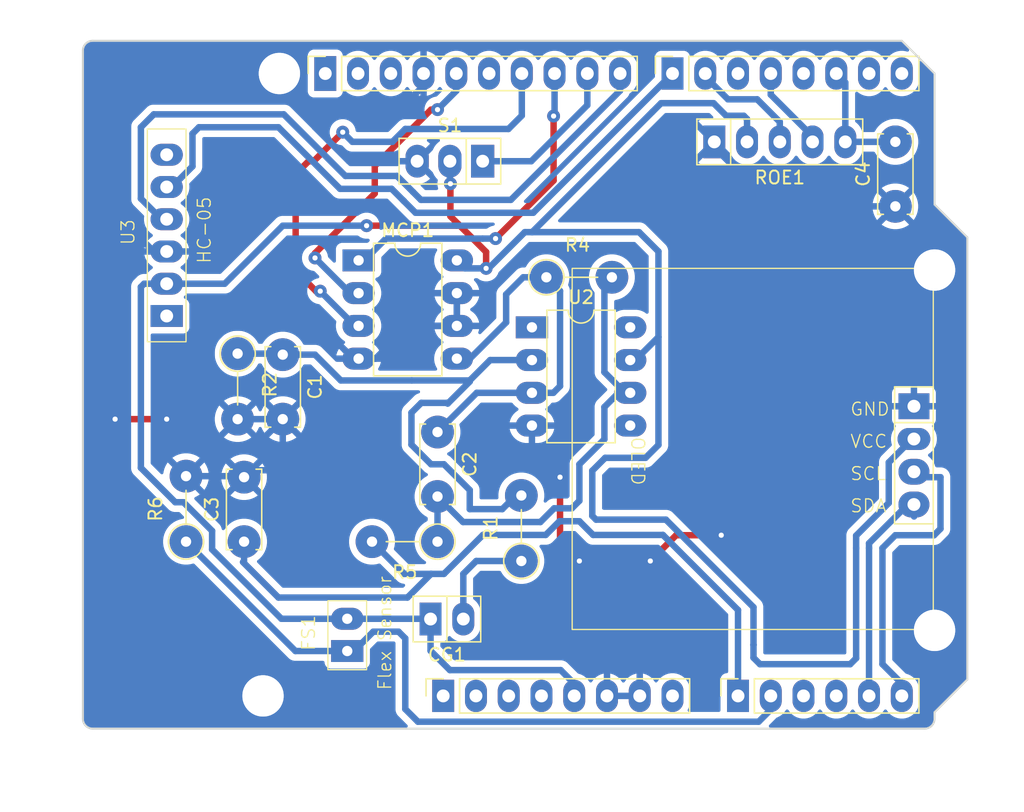
<source format=kicad_pcb>
(kicad_pcb (version 20241229) (generator "pcbnew") (generator_version "9.0")
  (title_block (date "mar. 31 mars 2015"))
  (layers (0 "F.Cu" signal) (2 "B.Cu" signal) (13 "F.Paste" user) (15 "B.Paste" user) (5 "F.SilkS" user "F.Silkscreen") (7 "B.SilkS" user "B.Silkscreen") (1 "F.Mask" user) (3 "B.Mask" user) (25 "Edge.Cuts" user))
  (net 0 "")
  (net 1 "GND")
  (net 3 "5V")
  (net 4 "/IOREF")
  (net 5 "ADC")
  (net 6 "/A2")
  (net 7 "/A3")
  (net 8 "SCL")
  (net 9 "SDA")
  (net 10 "/13")
  (net 11 "/12")
  (net 12 "/AREF")
  (net 13 "/*11")
  (net 14 "/*10")
  (net 15 "/*9")
  (net 16 "/*5")
  (net 17 "/TX{slash}1")
  (net 18 "/RX{slash}0")
  (net 19 "+3V3")
  (net 20 "VCC")
  (net 21 "/~{RESET}")
  (net 22 "Net-(U2--)")
  (net 23 "Sortie Capteur")
  (net 24 "Net-(C2-Pad2)")
  (net 27 "Sortie Flex")
  (net 28 "ROE 5")
  (net 29 "ROE 3")
  (net 30 "ROE 4")
  (net 31 "R3")
  (net 32 "TX")
  (net 33 "RX")
  (net 34 "/*3")
  (footprint "Connector_PinSocket_2.54mm:PinSocket_1x08_P2.54mm_Vertical" (layer "F.Cu") (at 127.94 97.46 90)
    (property "Reference" "J1" (hide yes))
    (property "Value" "Power")
    (fp_line (start 1.33 -1.33) (end 1.33 0) (stroke (width 0.12)) (layer "F.SilkS"))
    (fp_line (start 0 -1.33) (end 1.33 -1.33) (stroke (width 0.12)) (layer "F.SilkS"))
    (fp_line (start 1.33 1.27) (end 1.33 19.11) (stroke (width 0.12)) (layer "F.SilkS"))
    (fp_line (start -1.33 1.27) (end 1.33 1.27) (stroke (width 0.12)) (layer "F.SilkS"))
    (fp_line (start -1.33 1.27) (end -1.33 19.11) (stroke (width 0.12)) (layer "F.SilkS"))
    (fp_line (start -1.33 19.11) (end 1.33 19.11) (stroke (width 0.12)) (layer "F.SilkS"))
    (pad "1" thru_hole rect (at 0 0 90) (size 2.5 1.7) (drill 1) (layers "*.Cu" "*.Mask"))
    (pad "2" thru_hole oval (at 0 2.54 90) (size 2.5 1.7) (drill 1) (layers "*.Cu" "*.Mask") (net 4 "/IOREF"))
    (pad "3" thru_hole oval (at 0 5.08 90) (size 2.5 1.7) (drill 1) (layers "*.Cu" "*.Mask") (net 21 "/~{RESET}"))
    (pad "4" thru_hole oval (at 0 7.62 90) (size 2.5 1.7) (drill 1) (layers "*.Cu" "*.Mask") (net 19 "+3V3"))
    (pad "5" thru_hole oval (at 0 10.16 90) (size 2.5 1.7) (drill 1) (layers "*.Cu" "*.Mask") (net 3 "5V"))
    (pad "6" thru_hole oval (at 0 12.7 90) (size 2.5 1.7) (drill 1) (layers "*.Cu" "*.Mask") (net 1 "GND"))
    (pad "7" thru_hole oval (at 0 15.24 90) (size 2.5 1.7) (drill 1) (layers "*.Cu" "*.Mask") (net 1 "GND"))
    (pad "8" thru_hole oval (at 0 17.78 90) (size 2.5 1.7) (drill 1) (layers "*.Cu" "*.Mask") (net 20 "VCC"))
  )
  (footprint "Connector_PinSocket_2.54mm:PinSocket_1x06_P2.54mm_Vertical" (layer "F.Cu") (at 150.8 97.46 90)
    (property "Reference" "J2" (hide yes))
    (property "Value" "Analog")
    (fp_line (start 1.33 -1.33) (end 1.33 0) (stroke (width 0.12)) (layer "F.SilkS"))
    (fp_line (start 0 -1.33) (end 1.33 -1.33) (stroke (width 0.12)) (layer "F.SilkS"))
    (fp_line (start 1.33 1.27) (end 1.33 14.03) (stroke (width 0.12)) (layer "F.SilkS"))
    (fp_line (start -1.33 1.27) (end 1.33 1.27) (stroke (width 0.12)) (layer "F.SilkS"))
    (fp_line (start -1.33 1.27) (end -1.33 14.03) (stroke (width 0.12)) (layer "F.SilkS"))
    (fp_line (start -1.33 14.03) (end 1.33 14.03) (stroke (width 0.12)) (layer "F.SilkS"))
    (pad "1" thru_hole rect (at 0 0 90) (size 2.5 1.7) (drill 1) (layers "*.Cu" "*.Mask") (net 5 "ADC"))
    (pad "2" thru_hole oval (at 0 2.54 90) (size 2.5 1.7) (drill 1) (layers "*.Cu" "*.Mask") (net 27 "Sortie Flex"))
    (pad "3" thru_hole oval (at 0 5.08 90) (size 2.5 1.7) (drill 1) (layers "*.Cu" "*.Mask") (net 6 "/A2"))
    (pad "4" thru_hole oval (at 0 7.62 90) (size 2.5 1.7) (drill 1) (layers "*.Cu" "*.Mask") (net 7 "/A3"))
    (pad "5" thru_hole oval (at 0 10.16 90) (size 2.5 1.7) (drill 1) (layers "*.Cu" "*.Mask") (net 9 "SDA"))
    (pad "6" thru_hole oval (at 0 12.7 90) (size 2.5 1.7) (drill 1) (layers "*.Cu" "*.Mask") (net 8 "SCL"))
  )
  (footprint "Connector_PinSocket_2.54mm:PinSocket_1x10_P2.54mm_Vertical" (layer "F.Cu") (at 118.796 49.2 90)
    (property "Reference" "J3" (hide yes))
    (property "Value" "Digital/PWM")
    (fp_line (start 1.33 -1.33) (end 1.33 0) (stroke (width 0.12)) (layer "F.SilkS"))
    (fp_line (start 0 -1.33) (end 1.33 -1.33) (stroke (width 0.12)) (layer "F.SilkS"))
    (fp_line (start 1.33 1.27) (end 1.33 24.19) (stroke (width 0.12)) (layer "F.SilkS"))
    (fp_line (start -1.33 1.27) (end 1.33 1.27) (stroke (width 0.12)) (layer "F.SilkS"))
    (fp_line (start -1.33 1.27) (end -1.33 24.19) (stroke (width 0.12)) (layer "F.SilkS"))
    (fp_line (start -1.33 24.19) (end 1.33 24.19) (stroke (width 0.12)) (layer "F.SilkS"))
    (pad "1" thru_hole rect (at 0 0 90) (size 2.7 1.7) (drill 1) (layers "*.Cu" "*.Mask") (net 8 "SCL"))
    (pad "2" thru_hole oval (at 0 2.54 90) (size 2.5 1.7) (drill 1) (layers "*.Cu" "*.Mask") (net 9 "SDA"))
    (pad "3" thru_hole oval (at 0 5.08 90) (size 2.5 1.7) (drill 1) (layers "*.Cu" "*.Mask") (net 12 "/AREF"))
    (pad "4" thru_hole oval (at 0 7.62 90) (size 2.5 1.7) (drill 1) (layers "*.Cu" "*.Mask") (net 1 "GND"))
    (pad "5" thru_hole oval (at 0 10.16 90) (size 2.5 1.7) (drill 1) (layers "*.Cu" "*.Mask") (net 10 "/13"))
    (pad "6" thru_hole oval (at 0 12.7 90) (size 2.5 1.7) (drill 1) (layers "*.Cu" "*.Mask") (net 11 "/12"))
    (pad "7" thru_hole oval (at 0 15.24 90) (size 2.5 1.7) (drill 1) (layers "*.Cu" "*.Mask") (net 13 "/*11"))
    (pad "8" thru_hole oval (at 0 17.78 90) (size 2.5 1.7) (drill 1) (layers "*.Cu" "*.Mask") (net 14 "/*10"))
    (pad "9" thru_hole oval (at 0 20.32 90) (size 2.5 1.7) (drill 1) (layers "*.Cu" "*.Mask") (net 15 "/*9"))
    (pad "10" thru_hole oval (at 0 22.86 90) (size 2.5 1.7) (drill 1) (layers "*.Cu" "*.Mask") (net 32 "TX"))
  )
  (footprint "Connector_PinSocket_2.54mm:PinSocket_1x08_P2.54mm_Vertical" (layer "F.Cu") (at 145.72 49.2 90)
    (property "Reference" "J4" (hide yes))
    (property "Value" "Digital/PWM")
    (fp_line (start 1.33 -1.33) (end 1.33 0) (stroke (width 0.12)) (layer "F.SilkS"))
    (fp_line (start 0 -1.33) (end 1.33 -1.33) (stroke (width 0.12)) (layer "F.SilkS"))
    (fp_line (start 1.33 1.27) (end 1.33 19.11) (stroke (width 0.12)) (layer "F.SilkS"))
    (fp_line (start -1.33 1.27) (end 1.33 1.27) (stroke (width 0.12)) (layer "F.SilkS"))
    (fp_line (start -1.33 1.27) (end -1.33 19.11) (stroke (width 0.12)) (layer "F.SilkS"))
    (fp_line (start -1.33 19.11) (end 1.33 19.11) (stroke (width 0.12)) (layer "F.SilkS"))
    (pad "1" thru_hole rect (at 0 0 90) (size 2.5 1.7) (drill 1) (layers "*.Cu" "*.Mask") (net 33 "RX"))
    (pad "2" thru_hole oval (at 0 2.54 90) (size 2.5 1.7) (drill 1) (layers "*.Cu" "*.Mask") (net 29 "ROE 3"))
    (pad "3" thru_hole oval (at 0 5.08 90) (size 2.5 1.7) (drill 1) (layers "*.Cu" "*.Mask") (net 16 "/*5"))
    (pad "4" thru_hole oval (at 0 7.62 90) (size 2.5 1.7) (drill 1) (layers "*.Cu" "*.Mask") (net 30 "ROE 4"))
    (pad "5" thru_hole oval (at 0 10.16 90) (size 2.5 1.7) (drill 1) (layers "*.Cu" "*.Mask") (net 34 "/*3"))
    (pad "6" thru_hole oval (at 0 12.7 90) (size 2.5 1.7) (drill 1) (layers "*.Cu" "*.Mask") (net 28 "ROE 5"))
    (pad "7" thru_hole oval (at 0 15.24 90) (size 2.5 1.7) (drill 1) (layers "*.Cu" "*.Mask") (net 17 "/TX{slash}1"))
    (pad "8" thru_hole oval (at 0 17.78 90) (size 2.5 1.7) (drill 1) (layers "*.Cu" "*.Mask") (net 18 "/RX{slash}0"))
  )
  (footprint "Capacitor_THT:C_Disc_D6.0mm_W2.5mm_P5.00mm" (layer "F.Cu") (at 115.5 71 -90)
    (property "Reference" "C1" (at 2.5 -2.5 270) (layer "F.SilkS"))
    (property "Value" "100n")
    (fp_line (start -0.62 1.37) (end 5.62 1.37) (stroke (width 0.12)) (layer "F.SilkS"))
    (fp_line (start -0.62 0.925) (end -0.62 1.37) (stroke (width 0.12)) (layer "F.SilkS"))
    (fp_line (start 5.62 0.925) (end 5.62 1.37) (stroke (width 0.12)) (layer "F.SilkS"))
    (fp_line (start -0.62 -1.37) (end -0.62 -0.925) (stroke (width 0.12)) (layer "F.SilkS"))
    (fp_line (start -0.62 -1.37) (end 5.62 -1.37) (stroke (width 0.12)) (layer "F.SilkS"))
    (fp_line (start 5.62 -1.37) (end 5.62 -0.925) (stroke (width 0.12)) (layer "F.SilkS"))
    (pad "1" thru_hole circle (at 0 0 270) (size 2.54 2.54) (drill 0.8) (layers "*.Cu" "*.Mask") (net 22 "Net-(U2--)"))
    (pad "2" thru_hole circle (at 5 0 270) (size 2.54 2.54) (drill 0.8) (layers "*.Cu" "*.Mask") (net 1 "GND"))
  )
  (footprint "MyLibEmpreinte:MyEmpreinte" (layer "F.Cu") (at 164.441 78.81 -90)
    (property "Reference" "U1" (hide yes))
    (property "Value" "~")
    (fp_line (start -5.31 1.5) (end -5.31 -1.5) (stroke (width 0.12)) (layer "F.SilkS"))
    (fp_line (start 5.31 1.5) (end -5.31 1.5) (stroke (width 0.12)) (layer "F.SilkS"))
    (fp_line (start -5.31 -1.5) (end 5.31 -1.5) (stroke (width 0.12)) (layer "F.SilkS"))
    (fp_line (start -2.54 -1.5) (end -2.54 1.5) (stroke (width 0.12)) (layer "F.SilkS"))
    (fp_line (start 5.31 -1.5) (end 5.31 1.5) (stroke (width 0.12)) (layer "F.SilkS"))
    (fp_rect (start -14.5 -1.5) (end 13.5 26.5) (stroke (width 0.1)) (fill no) (layer "F.SilkS"))
    (fp_text user "GND" (at -3 5 0) (layer "F.SilkS") (effects (font (thickness 0.1)) (justify left bottom)))
    (fp_text user "SDA" (at 4.5 5 0) (layer "F.SilkS") (effects (font (thickness 0.1)) (justify left bottom)))
    (fp_text user "VCC" (at -0.5 5 0) (layer "F.SilkS") (effects (font (thickness 0.1)) (justify left bottom)))
    (fp_text user "OLED" (at -1.5 22 270) (layer "F.SilkS") (effects (font (thickness 0.1)) (justify left bottom)))
    (fp_text user "SCL" (at 2 5 0) (layer "F.SilkS") (effects (font (thickness 0.1)) (justify left bottom)))
    (pad "1" thru_hole rect (at -3.81 0 270) (size 2 2.4) (drill 1) (layers "*.Cu" "*.Mask") (net 1 "GND"))
    (pad "2" thru_hole oval (at -1.27 0 270) (size 1.7 2.54) (drill 1) (layers "*.Cu" "*.Mask") (net 3 "5V"))
    (pad "3" thru_hole oval (at 1.27 0 270) (size 2 2.4) (drill 1) (layers "*.Cu" "*.Mask") (net 8 "SCL"))
    (pad "4" thru_hole oval (at 3.81 0 270) (size 2 2.4) (drill 1) (layers "*.Cu" "*.Mask") (net 9 "SDA"))
  )
  (footprint "MyLibEmpreinte:Capteur Graphene" (layer "F.Cu") (at 128.23 91.5)
    (property "Reference" "CG1" (at 0 2.77 0) (layer "F.SilkS"))
    (property "Value" "~")
    (fp_line (start -2.62 -1.77) (end 2.62 -1.77) (stroke (width 0.12)) (layer "F.SilkS"))
    (fp_line (start -2.62 1.77) (end -2.62 -1.77) (stroke (width 0.12)) (layer "F.SilkS"))
    (fp_line (start 0 -1.77) (end 0 1.77) (stroke (width 0.12)) (layer "F.SilkS"))
    (fp_line (start 2.62 -1.77) (end 2.62 1.77) (stroke (width 0.12)) (layer "F.SilkS"))
    (fp_line (start 2.62 1.77) (end -2.62 1.77) (stroke (width 0.12)) (layer "F.SilkS"))
    (pad "1" thru_hole rect (at -1.27 0) (size 1.7 2.54) (drill 1) (layers "*.Cu" "*.Mask") (net 3 "5V"))
    (pad "2" thru_hole oval (at 1.27 0) (size 1.7 2.54) (drill 1) (layers "*.Cu" "*.Mask") (net 23 "Sortie Capteur"))
  )
  (footprint "MyLibEmpreinte:Flex Sensor" (layer "F.Cu") (at 120.5 92.58 90)
    (property "Reference" "FS1" (at 0 -3 90) (layer "F.SilkS") (effects (font (thickness 0.1))))
    (property "Value" "~" (hide yes))
    (fp_rect (start -2.85 -1.5) (end 2.5 1.5) (stroke (width 0.1)) (fill no) (layer "F.SilkS"))
    (fp_text user "Flex Sensor" (at -4.5 3.5 90) (layer "F.SilkS") (effects (font (thickness 0.1)) (justify left bottom)))
    (pad "1" thru_hole rect (at -1.4 0 90) (size 1.7 2.5) (drill 0.8) (layers "*.Cu" "*.Mask") (net 27 "Sortie Flex"))
    (pad "2" thru_hole oval (at 1.1 0 90) (size 1.7 2.5) (drill 0.8) (layers "*.Cu" "*.Mask") (net 3 "5V"))
  )
  (footprint "MyLibEmpreinte:HC-05" (layer "F.Cu") (at 106.5 61.5 90)
    (property "Reference" "U3" (at 0 -3 90) (layer "F.SilkS") (effects (font (thickness 0.1))))
    (property "Value" "~" (hide yes))
    (fp_rect (start -8.5 -1.5) (end 8 1.5) (stroke (width 0.1)) (fill no) (layer "F.SilkS"))
    (fp_text user "HC-05" (at -2.5 3.5 90) (layer "F.SilkS") (effects (font (thickness 0.1)) (justify left bottom)))
    (pad "1" thru_hole rect (at -6.5 0 90) (size 1.7 2.5) (drill 1) (layers "*.Cu" "*.Mask"))
    (pad "2" thru_hole oval (at -4 0 90) (size 1.7 2.5) (drill 1) (layers "*.Cu" "*.Mask") (net 3 "5V"))
    (pad "3" thru_hole oval (at -1.5 0 90) (size 1.7 2.5) (drill 1) (layers "*.Cu" "*.Mask") (net 1 "GND"))
    (pad "4" thru_hole oval (at 1 0 90) (size 1.7 2.5) (drill 1) (layers "*.Cu" "*.Mask") (net 32 "TX"))
    (pad "5" thru_hole oval (at 3.5 0 90) (size 1.7 2.5) (drill 1) (layers "*.Cu" "*.Mask") (net 33 "RX"))
    (pad "6" thru_hole oval (at 6 0 90) (size 1.7 2.5) (drill 1) (layers "*.Cu" "*.Mask"))
  )
  (footprint "Capacitor_THT:C_Disc_D6.0mm_W2.5mm_P5.00mm" (layer "F.Cu") (at 127.5 77 -90)
    (property "Reference" "C2" (at 2.5 -2.5 90) (layer "F.SilkS"))
    (property "Value" "1u")
    (fp_line (start -0.62 1.37) (end 5.62 1.37) (stroke (width 0.12)) (layer "F.SilkS"))
    (fp_line (start -0.62 0.925) (end -0.62 1.37) (stroke (width 0.12)) (layer "F.SilkS"))
    (fp_line (start 5.62 0.925) (end 5.62 1.37) (stroke (width 0.12)) (layer "F.SilkS"))
    (fp_line (start -0.62 -1.37) (end -0.62 -0.925) (stroke (width 0.12)) (layer "F.SilkS"))
    (fp_line (start -0.62 -1.37) (end 5.62 -1.37) (stroke (width 0.12)) (layer "F.SilkS"))
    (fp_line (start 5.62 -1.37) (end 5.62 -0.925) (stroke (width 0.12)) (layer "F.SilkS"))
    (pad "1" thru_hole circle (at 0 0 270) (size 2.54 2.54) (drill 0.8) (layers "*.Cu" "*.Mask") (net 31 "R3"))
    (pad "2" thru_hole circle (at 5 0 270) (size 2.54 2.54) (drill 0.8) (layers "*.Cu" "*.Mask") (net 24 "Net-(C2-Pad2)"))
  )
  (footprint "Package_DIP:DIP-8_W7.62mm" (layer "F.Cu") (at 134.821 68.88)
    (property "Reference" "U2" (at 3.81 -2.33 0) (layer "F.SilkS"))
    (property "Value" "LTC1050")
    (fp_line (start 1.16 -1.33) (end 1.16 8.95) (stroke (width 0.12)) (layer "F.SilkS"))
    (fp_line (start 1.16 8.95) (end 6.46 8.95) (stroke (width 0.12)) (layer "F.SilkS"))
    (fp_line (start 2.81 -1.33) (end 1.16 -1.33) (stroke (width 0.12)) (layer "F.SilkS"))
    (fp_line (start 6.46 -1.33) (end 4.81 -1.33) (stroke (width 0.12)) (layer "F.SilkS"))
    (fp_line (start 6.46 8.95) (end 6.46 -1.33) (stroke (width 0.12)) (layer "F.SilkS"))
    (fp_arc (start 4.81 -1.33) (mid 3.81 -0.33) (end 2.81 -1.33) (stroke (width 0.12)) (layer "F.SilkS"))
    (pad "1" thru_hole rect (at 0 0) (size 2.5 1.7) (drill 0.8) (layers "*.Cu" "*.Mask"))
    (pad "2" thru_hole oval (at 0 2.54) (size 2.5 1.7) (drill 0.8) (layers "*.Cu" "*.Mask") (net 22 "Net-(U2--)"))
    (pad "3" thru_hole oval (at 0 5.08) (size 2.5 1.7) (drill 0.8) (layers "*.Cu" "*.Mask") (net 31 "R3"))
    (pad "4" thru_hole oval (at 0 7.62) (size 2.5 1.7) (drill 0.8) (layers "*.Cu" "*.Mask") (net 1 "GND"))
    (pad "5" thru_hole oval (at 7.62 7.62) (size 2.5 1.7) (drill 0.8) (layers "*.Cu" "*.Mask"))
    (pad "6" thru_hole oval (at 7.62 5.08) (size 2.5 1.7) (drill 0.8) (layers "*.Cu" "*.Mask") (net 24 "Net-(C2-Pad2)"))
    (pad "7" thru_hole oval (at 7.62 2.54) (size 2.5 1.7) (drill 0.8) (layers "*.Cu" "*.Mask") (net 3 "5V"))
    (pad "8" thru_hole oval (at 7.62 0) (size 2.5 1.7) (drill 0.8) (layers "*.Cu" "*.Mask"))
  )
  (footprint "Capacitor_THT:C_Disc_D6.0mm_W2.5mm_P5.00mm" (layer "F.Cu") (at 163 59.5 90)
    (property "Reference" "C4" (at 2.5 -2.5 90) (layer "F.SilkS"))
    (property "Value" "C")
    (fp_line (start 5.62 -1.37) (end 5.62 -0.925) (stroke (width 0.12)) (layer "F.SilkS"))
    (fp_line (start -0.62 -1.37) (end 5.62 -1.37) (stroke (width 0.12)) (layer "F.SilkS"))
    (fp_line (start -0.62 -1.37) (end -0.62 -0.925) (stroke (width 0.12)) (layer "F.SilkS"))
    (fp_line (start 5.62 0.925) (end 5.62 1.37) (stroke (width 0.12)) (layer "F.SilkS"))
    (fp_line (start -0.62 0.925) (end -0.62 1.37) (stroke (width 0.12)) (layer "F.SilkS"))
    (fp_line (start -0.62 1.37) (end 5.62 1.37) (stroke (width 0.12)) (layer "F.SilkS"))
    (pad "1" thru_hole circle (at 0 0 90) (size 2.54 2.54) (drill 0.8) (layers "*.Cu" "*.Mask") (net 1 "GND"))
    (pad "2" thru_hole circle (at 5 0 90) (size 2.54 2.54) (drill 0.8) (layers "*.Cu" "*.Mask") (net 28 "ROE 5"))
  )
  (footprint "Resistor_THT:R_Axial_DIN0207_L6.3mm_D2.5mm_P5.08mm_Vertical" (layer "F.Cu") (at 127.5 85.5 180)
    (property "Reference" "R5" (at 2.54 -2.37 0) (layer "F.SilkS"))
    (property "Value" "1k")
    (fp_line (start 1.37 0) (end 3.98 0) (stroke (width 0.12)) (layer "F.SilkS"))
    (fp_circle (center 0 0) (end 1.37 0) (stroke (width 0.12)) (fill no) (layer "F.SilkS"))
    (pad "1" thru_hole circle (at 0 0 180) (size 2.54 2.54) (drill 0.8) (layers "*.Cu" "*.Mask") (net 24 "Net-(C2-Pad2)"))
    (pad "2" thru_hole circle (at 5.08 0 180) (size 2.54 2.54) (drill 0.8) (layers "*.Cu" "*.Mask") (net 5 "ADC"))
  )
  (footprint "Arduino_MountingHole:MountingHole_3.2mm" (layer "F.Cu") (at 115.24 49.2)
    (property "Reference" "MH1" (hide yes))
    (property "Value" "MountingHole_3.2mm" (hide yes))
    (pad "" np_thru_hole circle (at 0 0) (size 3.2 3.2) (drill 3.2) (layers "*.Cu" "*.Mask"))
  )
  (footprint "Capacitor_THT:C_Disc_D6.0mm_W2.5mm_P5.00mm" (layer "F.Cu") (at 112.5 85.5 90)
    (property "Reference" "C3" (at 2.5 -2.5 90) (layer "F.SilkS"))
    (property "Value" "100n")
    (fp_line (start 5.62 -1.37) (end 5.62 -0.925) (stroke (width 0.12)) (layer "F.SilkS"))
    (fp_line (start -0.62 -1.37) (end 5.62 -1.37) (stroke (width 0.12)) (layer "F.SilkS"))
    (fp_line (start -0.62 -1.37) (end -0.62 -0.925) (stroke (width 0.12)) (layer "F.SilkS"))
    (fp_line (start 5.62 0.925) (end 5.62 1.37) (stroke (width 0.12)) (layer "F.SilkS"))
    (fp_line (start -0.62 0.925) (end -0.62 1.37) (stroke (width 0.12)) (layer "F.SilkS"))
    (fp_line (start -0.62 1.37) (end 5.62 1.37) (stroke (width 0.12)) (layer "F.SilkS"))
    (pad "1" thru_hole circle (at 0 0 90) (size 2.54 2.54) (drill 0.8) (layers "*.Cu" "*.Mask") (net 5 "ADC"))
    (pad "2" thru_hole circle (at 5 0 90) (size 2.54 2.54) (drill 0.8) (layers "*.Cu" "*.Mask") (net 1 "GND"))
  )
  (footprint "Resistor_THT:R_Axial_DIN0207_L6.3mm_D2.5mm_P5.08mm_Vertical" (layer "F.Cu") (at 134 87 90)
    (property "Reference" "R1" (at 2.54 -2.37 90) (layer "F.SilkS"))
    (property "Value" "10k")
    (fp_line (start 1.37 0) (end 3.98 0) (stroke (width 0.12)) (layer "F.SilkS"))
    (fp_circle (center 0 0) (end 1.37 0) (stroke (width 0.12)) (fill no) (layer "F.SilkS"))
    (pad "1" thru_hole circle (at 0 0 90) (size 2.54 2.54) (drill 0.8) (layers "*.Cu" "*.Mask") (net 23 "Sortie Capteur"))
    (pad "2" thru_hole circle (at 5.08 0 90) (size 2.54 2.54) (drill 0.8) (layers "*.Cu" "*.Mask") (net 22 "Net-(U2--)"))
  )
  (footprint "MyLibEmpreinte:ServoMoteur" (layer "F.Cu") (at 128.46 56 180)
    (property "Reference" "S1" (at 0 2.77 0) (layer "F.SilkS"))
    (property "Value" "~")
    (fp_line (start 3.94 1.77) (end -3.94 1.77) (stroke (width 0.12)) (layer "F.SilkS"))
    (fp_line (start 3.94 -1.77) (end 3.94 1.77) (stroke (width 0.12)) (layer "F.SilkS"))
    (fp_line (start -1.27 -1.77) (end -1.27 1.77) (stroke (width 0.12)) (layer "F.SilkS"))
    (fp_line (start -3.94 1.77) (end -3.94 -1.77) (stroke (width 0.12)) (layer "F.SilkS"))
    (fp_line (start -3.94 -1.77) (end 3.94 -1.77) (stroke (width 0.12)) (layer "F.SilkS"))
    (pad "1" thru_hole rect (at -2.54 0 180) (size 1.8 2.54) (drill 1) (layers "*.Cu" "*.Mask") (net 15 "/*9"))
    (pad "2" thru_hole oval (at 0 0 180) (size 1.8 2.54) (drill 1) (layers "*.Cu" "*.Mask") (net 3 "5V"))
    (pad "3" thru_hole oval (at 2.54 0 180) (size 1.8 2.54) (drill 1) (layers "*.Cu" "*.Mask") (net 1 "GND"))
  )
  (footprint "MyLibEmpreinte:RotaryEncoder" (layer "F.Cu") (at 154.04 54.5)
    (property "Reference" "ROE1" (at 0 2.77 0) (layer "F.SilkS"))
    (property "Value" "~")
    (fp_line (start -6.43 -1.77) (end 6.43 -1.77) (stroke (width 0.12)) (layer "F.SilkS"))
    (fp_line (start -6.43 1.77) (end -6.43 -1.77) (stroke (width 0.12)) (layer "F.SilkS"))
    (fp_line (start -3.81 -1.77) (end -3.81 1.77) (stroke (width 0.12)) (layer "F.SilkS"))
    (fp_line (start 6.43 -1.77) (end 6.43 1.77) (stroke (width 0.12)) (layer "F.SilkS"))
    (fp_line (start 6.43 1.77) (end -6.43 1.77) (stroke (width 0.12)) (layer "F.SilkS"))
    (pad "1" thru_hole rect (at -5.08 0) (size 1.7 2.54) (drill 1) (layers "*.Cu" "*.Mask") (net 1 "GND"))
    (pad "2" thru_hole oval (at -2.54 0) (size 1.7 2.54) (drill 1) (layers "*.Cu" "*.Mask") (net 3 "5V"))
    (pad "3" thru_hole oval (at 0 0) (size 1.7 2.54) (drill 1) (layers "*.Cu" "*.Mask") (net 29 "ROE 3"))
    (pad "4" thru_hole oval (at 2.54 0) (size 1.7 2.54) (drill 1) (layers "*.Cu" "*.Mask") (net 30 "ROE 4"))
    (pad "5" thru_hole oval (at 5.08 0) (size 1.7 2.54) (drill 1) (layers "*.Cu" "*.Mask") (net 28 "ROE 5"))
  )
  (footprint "Resistor_THT:R_Axial_DIN0207_L6.3mm_D2.5mm_P5.08mm_Vertical" (layer "F.Cu") (at 112 70.92 -90)
    (property "Reference" "R2" (at 2.4125 -2.5 90) (layer "F.SilkS"))
    (property "Value" "100k" (hide yes))
    (fp_line (start 1.37 0) (end 3.98 0) (stroke (width 0.12)) (layer "F.SilkS"))
    (fp_circle (center 0 0) (end 1.37 0) (stroke (width 0.12)) (fill no) (layer "F.SilkS"))
    (pad "1" thru_hole circle (at 0 0 270) (size 2.54 2.54) (drill 0.8) (layers "*.Cu" "*.Mask") (net 22 "Net-(U2--)"))
    (pad "2" thru_hole circle (at 5.08 0 270) (size 2.54 2.54) (drill 0.8) (layers "*.Cu" "*.Mask") (net 1 "GND"))
  )
  (footprint "Resistor_THT:R_Axial_DIN0207_L6.3mm_D2.5mm_P5.08mm_Vertical" (layer "F.Cu") (at 108 85.5 90)
    (property "Reference" "R6" (at 2.54 -2.37 90) (layer "F.SilkS"))
    (property "Value" "10k")
    (fp_line (start 1.37 0) (end 3.98 0) (stroke (width 0.12)) (layer "F.SilkS"))
    (fp_circle (center 0 0) (end 1.37 0) (stroke (width 0.12)) (fill no) (layer "F.SilkS"))
    (pad "1" thru_hole circle (at 0 0 90) (size 2.54 2.54) (drill 0.8) (layers "*.Cu" "*.Mask") (net 27 "Sortie Flex"))
    (pad "2" thru_hole circle (at 5.08 0 90) (size 2.54 2.54) (drill 0.8) (layers "*.Cu" "*.Mask") (net 1 "GND"))
  )
  (footprint "Package_DIP:DIP-8_W7.62mm" (layer "F.Cu") (at 121.38 63.69)
    (property "Reference" "MCP1" (at 3.81 -2.33 0) (layer "F.SilkS"))
    (property "Value" "~")
    (fp_line (start 1.16 -1.33) (end 1.16 8.95) (stroke (width 0.12)) (layer "F.SilkS"))
    (fp_line (start 1.16 8.95) (end 6.46 8.95) (stroke (width 0.12)) (layer "F.SilkS"))
    (fp_line (start 2.81 -1.33) (end 1.16 -1.33) (stroke (width 0.12)) (layer "F.SilkS"))
    (fp_line (start 6.46 -1.33) (end 4.81 -1.33) (stroke (width 0.12)) (layer "F.SilkS"))
    (fp_line (start 6.46 8.95) (end 6.46 -1.33) (stroke (width 0.12)) (layer "F.SilkS"))
    (fp_arc (start 4.81 -1.33) (mid 3.81 -0.33) (end 2.81 -1.33) (stroke (width 0.12)) (layer "F.SilkS"))
    (pad "1" thru_hole rect (at 0 0) (size 2.5 1.7) (drill 0.8) (layers "*.Cu" "*.Mask") (net 14 "/*10"))
    (pad "2" thru_hole oval (at 0 2.54) (size 2.5 1.7) (drill 0.8) (layers "*.Cu" "*.Mask") (net 10 "/13"))
    (pad "3" thru_hole oval (at 0 5.08) (size 2.5 1.7) (drill 0.8) (layers "*.Cu" "*.Mask") (net 13 "/*11"))
    (pad "4" thru_hole oval (at 0 7.62) (size 2.5 1.7) (drill 0.8) (layers "*.Cu" "*.Mask") (net 1 "GND"))
    (pad "5" thru_hole oval (at 7.62 7.62) (size 2.5 1.7) (drill 0.8) (layers "*.Cu" "*.Mask") (net 31 "R3"))
    (pad "6" thru_hole oval (at 7.62 5.08) (size 2.5 1.7) (drill 0.8) (layers "*.Cu" "*.Mask") (net 1 "GND"))
    (pad "7" thru_hole oval (at 7.62 2.54) (size 2.5 1.7) (drill 0.8) (layers "*.Cu" "*.Mask") (net 1 "GND"))
    (pad "8" thru_hole oval (at 7.62 0) (size 2.5 1.7) (drill 0.8) (layers "*.Cu" "*.Mask") (net 3 "5V"))
  )
  (footprint "Resistor_THT:R_Axial_DIN0207_L6.3mm_D2.5mm_P5.08mm_Vertical" (layer "F.Cu") (at 135.941 65)
    (property "Reference" "R4" (at 2.4125 -2.5 0) (layer "F.SilkS"))
    (property "Value" "100k")
    (fp_line (start 1.37 0) (end 3.98 0) (stroke (width 0.12)) (layer "F.SilkS"))
    (fp_circle (center 0 0) (end 1.37 0) (stroke (width 0.12)) (fill no) (layer "F.SilkS"))
    (pad "1" thru_hole circle (at 0 0) (size 2.54 2.54) (drill 0.8) (layers "*.Cu" "*.Mask") (net 31 "R3"))
    (pad "2" thru_hole circle (at 5.08 0) (size 2.54 2.54) (drill 0.8) (layers "*.Cu" "*.Mask") (net 24 "Net-(C2-Pad2)"))
  )
  (footprint "Arduino_MountingHole:MountingHole_3.2mm" (layer "F.Cu") (at 113.97 97.46)
    (property "Reference" "MH2" (hide yes))
    (property "Value" "MountingHole_3.2mm" (hide yes))
    (pad "" np_thru_hole circle (at 0 0) (size 3.2 3.2) (drill 3.2) (layers "*.Cu" "*.Mask"))
  )
  (footprint "Arduino_MountingHole:MountingHole_3.2mm" (layer "F.Cu") (at 166.04 64.44)
    (property "Reference" "MH3" (hide yes))
    (property "Value" "MountingHole_3.2mm" (hide yes))
    (pad "" np_thru_hole circle (at 0 0) (size 3.2 3.2) (drill 3.2) (layers "*.Cu" "*.Mask"))
  )
  (footprint "Arduino_MountingHole:MountingHole_3.2mm" (layer "F.Cu") (at 166.04 92.38)
    (property "Reference" "MH4" (hide yes))
    (property "Value" "MountingHole_3.2mm" (hide yes))
    (pad "" np_thru_hole circle (at 0 0) (size 3.2 3.2) (drill 3.2) (layers "*.Cu" "*.Mask"))
  )
  (gr_line (start 166.04 59.36) (end 168.58 61.9) (stroke (width 0.15)) (layer "Edge.Cuts"))
  (gr_line (start 100 99.238) (end 100 47.422) (stroke (width 0.15)) (layer "Edge.Cuts"))
  (gr_line (start 168.58 61.9) (end 168.58 96.19) (stroke (width 0.15)) (layer "Edge.Cuts"))
  (gr_line (start 165.278 100) (end 100.762 100) (stroke (width 0.15)) (layer "Edge.Cuts"))
  (gr_line (start 100.762 46.66) (end 163.5 46.66) (stroke (width 0.15)) (layer "Edge.Cuts"))
  (gr_arc (start 100.762 100) (mid 100.223185 99.776815) (end 100 99.238) (stroke (width 0.15)) (layer "Edge.Cuts"))
  (gr_line (start 168.58 96.19) (end 166.04 98.73) (stroke (width 0.15)) (layer "Edge.Cuts"))
  (gr_line (start 163.5 46.66) (end 166.04 49.2) (stroke (width 0.15)) (layer "Edge.Cuts"))
  (gr_arc (start 166.04 99.238) (mid 165.816815 99.776815) (end 165.278 100) (stroke (width 0.15)) (layer "Edge.Cuts"))
  (gr_line (start 166.04 49.2) (end 166.04 59.36) (stroke (width 0.15)) (layer "Edge.Cuts"))
  (gr_line (start 166.04 98.73) (end 166.04 99.238) (stroke (width 0.15)) (layer "Edge.Cuts"))
  (gr_arc (start 100 47.422) (mid 100.223185 46.883185) (end 100.762 46.66) (stroke (width 0.15)) (layer "Edge.Cuts"))
  (segment (start 137 85.5) (end 138.5 87) (width 0.5) (layer "F.Cu") (net 1))
  (segment (start 149.5 85) (end 146 85) (width 0.5) (layer "F.Cu") (net 1))
  (segment (start 106.5 76) (end 102.5 76) (width 0.5) (layer "F.Cu") (net 1))
  (segment (start 146 85) (end 144 87) (width 0.5) (layer "F.Cu") (net 1))
  (segment (start 137 80.5) (end 137 85.5) (width 0.5) (layer "F.Cu") (net 1))
  (via (at 144 87) (size 1) (drill 0.4) (layers "F.Cu" "B.Cu") (net 1))
  (via (at 102.5 76) (size 1) (drill 0.4) (layers "F.Cu" "B.Cu") (net 1))
  (via (at 106.5 76) (size 1) (drill 0.4) (layers "F.Cu" "B.Cu") (net 1))
  (via (at 138.5 87) (size 1) (drill 0.4) (layers "F.Cu" "B.Cu") (net 1))
  (via (at 137 80.5) (size 1) (drill 0.4) (layers "F.Cu" "B.Cu") (net 1))
  (via (at 149.5 85) (size 1) (drill 0.4) (layers "F.Cu" "B.Cu") (net 1))
  (segment (start 103.499 61.399) (end 103.499 61) (width 0.5) (layer "B.Cu") (net 1))
  (segment (start 120.335 70.665) (end 120.98 71.31) (width 0.5) (layer "B.Cu") (net 1))
  (segment (start 148.96 54.92) (end 148.96 54.5) (width 0.5) (layer "B.Cu") (net 1))
  (segment (start 113.04 79.96) (end 112.5 80.5) (width 0.5) (layer "B.Cu") (net 1))
  (segment (start 120.98 71.31) (end 121.38 71.31) (width 0.5) (layer "B.Cu") (net 1))
  (segment (start 120.629953 56) (end 118 53.370047) (width 0.5) (layer "B.Cu") (net 1))
  (segment (start 112.42 80.42) (end 112.5 80.5) (width 0.5) (layer "B.Cu") (net 1))
  (segment (start 121.38 71.31) (end 122.69 71.31) (width 0.5) (layer "B.Cu") (net 1))
  (segment (start 112 76) (end 115.5 76) (width 0.5) (layer "B.Cu") (net 1))
  (segment (start 111.162874 68.899) (end 109.979 70.082874) (width 0.5) (layer "B.Cu") (net 1))
  (segment (start 115.5 78.92) (end 114.46 79.96) (width 0.5) (layer "B.Cu") (net 1))
  (segment (start 121.865409 51.365409) (end 121.981818 51.249) (width 0.5) (layer "B.Cu") (net 1))
  (segment (start 109.979 73.979) (end 112 76) (width 0.5) (layer "B.Cu") (net 1))
  (segment (start 127.5 70) (end 127.5 69.934156) (width 0.5) (layer "B.Cu") (net 1))
  (segment (start 109.979 70.082874) (end 109.979 73.979) (width 0.5) (layer "B.Cu") (net 1))
  (segment (start 103.499 61) (end 103.499 52.501) (width 0.5) (layer "B.Cu") (net 1))
  (segment (start 120.335 70.665) (end 118.569 68.899) (width 0.5) (layer "B.Cu") (net 1))
  (segment (start 105.499 63) (end 103.499 61) (width 0.5) (layer "B.Cu") (net 1))
  (segment (start 108 80.42) (end 112.42 80.42) (width 0.5) (layer "B.Cu") (net 1))
  (segment (start 103.499 52.501) (end 104.634591 51.365409) (width 0.5) (layer "B.Cu") (net 1))
  (segment (start 122.69 71.31) (end 125.23 68.77) (width 0.5) (layer "B.Cu") (net 1))
  (segment (start 125.317 51.249) (end 126.416 50.15) (width 0.5) (layer "B.Cu") (net 1))
  (segment (start 127.5 69.934156) (end 127.605844 70.04) (width 0.5) (layer "B.Cu") (net 1))
  (segment (start 104.634591 51.365409) (end 118 51.365409) (width 0.5) (layer "B.Cu") (net 1))
  (segment (start 163 59.5) (end 153.54 59.5) (width 0.5) (layer "B.Cu") (net 1))
  (segment (start 118.569 68.899) (end 111.162874 68.899) (width 0.5) (layer "B.Cu") (net 1))
  (segment (start 118 51.365409) (end 121.865409 51.365409) (width 0.5) (layer "B.Cu") (net 1))
  (segment (start 115.5 76) (end 115.5 78.92) (width 0.5) (layer "B.Cu") (net 1))
  (segment (start 125.23 68.77) (end 129 68.77) (width 0.5) (layer "B.Cu") (net 1))
  (segment (start 153.54 59.5) (end 148.96 54.92) (width 0.5) (layer "B.Cu") (net 1))
  (segment (start 125.92 56) (end 120.629953 56) (width 0.5) (layer "B.Cu") (net 1))
  (segment (start 126.416 50.15) (end 126.416 49.2) (width 0.5) (layer "B.Cu") (net 1))
  (segment (start 129 68.77) (end 129 66.23) (width 0.5) (layer "B.Cu") (net 1))
  (segment (start 118 53.370047) (end 118 51.365409) (width 0.5) (layer "B.Cu") (net 1))
  (segment (start 106.5 63) (end 105.499 63) (width 0.5) (layer "B.Cu") (net 1))
  (segment (start 121.981818 51.249) (end 125.317 51.249) (width 0.5) (layer "B.Cu") (net 1))
  (segment (start 114.46 79.96) (end 113.04 79.96) (width 0.5) (layer "B.Cu") (net 1))
  (segment (start 128.5 60.269182) (end 129.115409 60.884591) (width 0.5) (layer "F.Cu") (net 3))
  (segment (start 128.5 57.747) (end 128.5 60.269182) (width 0.5) (layer "F.Cu") (net 3))
  (segment (start 122 61) (end 129 61) (width 0.5) (layer "F.Cu") (net 3))
  (segment (start 129 61) (end 129.115409 60.884591) (width 0.5) (layer "F.Cu") (net 3))
  (segment (start 131.267779 63.036961) (end 131.267779 64.309145) (width 0.5) (layer "F.Cu") (net 3))
  (segment (start 129.115409 60.884591) (end 131.267779 63.036961) (width 0.5) (layer "F.Cu") (net 3))
  (via (at 131.267779 64.309145) (size 1) (drill 0.4) (layers "F.Cu" "B.Cu") (net 3))
  (via (at 122 61) (size 1) (drill 0.4) (layers "F.Cu" "B.Cu") (net 3))
  (via (at 128.5 57.747) (size 1) (drill 0.4) (layers "F.Cu" "B.Cu") (net 3))
  (segment (start 151.249 52.479) (end 151.5 52.73) (width 0.5) (layer "B.Cu") (net 3))
  (segment (start 162.49 82.5) (end 162.49 79.354712) (width 0.5) (layer "B.Cu") (net 3))
  (segment (start 144.835628 51.5) (end 148.905372 51.5) (width 0.5) (layer "B.Cu") (net 3))
  (segment (start 152.5 95) (end 152 94.5) (width 0.5) (layer "B.Cu") (net 3))
  (segment (start 152 94.5) (end 152 93.5) (width 0.5) (layer "B.Cu") (net 3))
  (segment (start 159.959 86) (end 159.959 85.031) (width 0.5) (layer "B.Cu") (net 3))
  (segment (start 152.001 90.585372) (end 145.207814 83.792186) (width 0.5) (layer "B.Cu") (net 3))
  (segment (start 152 93.5) (end 152.001 93.499) (width 0.5) (layer "B.Cu") (net 3))
  (segment (start 126.96 91.5) (end 126.5 91.5) (width 0.5) (layer "B.Cu") (net 3))
  (segment (start 104.499 65.751) (end 104.499 79.777126) (width 0.5) (layer "B.Cu") (net 3))
  (segment (start 139.792186 83.792186) (end 139.5 83.5) (width 0.5) (layer "B.Cu") (net 3))
  (segment (start 140.5 79) (end 143.6305 79) (width 0.5) (layer "B.Cu") (net 3))
  (segment (start 139.5 83.5) (end 139.5 80) (width 0.5) (layer "B.Cu") (net 3))
  (segment (start 138.1 97.46) (end 138.1 96.51) (width 0.5) (layer "B.Cu") (net 3))
  (segment (start 111.5 65) (end 115.5 61) (width 0.5) (layer "B.Cu") (net 3))
  (segment (start 164.304712 77.54) (end 164.441 77.54) (width 0.5) (layer "B.Cu") (net 3))
  (segment (start 126.48 91.48) (end 120.5 91.48) (width 0.5) (layer "B.Cu") (net 3))
  (segment (start 104.499 79.777126) (end 107.162874 82.441) (width 0.5) (layer "B.Cu") (net 3))
  (segment (start 149.884372 52.479) (end 151.249 52.479) (width 0.5) (layer "B.Cu") (net 3))
  (segment (start 115.5 61) (end 122 61) (width 0.5) (layer "B.Cu") (net 3))
  (segment (start 104.75 65.5) (end 104.499 65.751) (width 0.5) (layer "B.Cu") (net 3))
  (segment (start 134.269182 61.5) (end 134.835628 61.5) (width 0.5) (layer "B.Cu") (net 3))
  (segment (start 131.460037 64.309145) (end 134.269182 61.5) (width 0.5) (layer "B.Cu") (net 3))
  (segment (start 110.021 84.662874) (end 110.021 86.105372) (width 0.5) (layer "B.Cu") (net 3))
  (segment (start 139.5 80) (end 140.5 79) (width 0.5) (layer "B.Cu") (net 3))
  (segment (start 131.267779 64.309145) (end 129.619145 64.309145) (width 0.5) (layer "B.Cu") (net 3))
  (segment (start 128.46 57.707) (end 128.5 57.747) (width 0.5) (layer "B.Cu") (net 3))
  (segment (start 162.49 79.354712) (end 164.304712 77.54) (width 0.5) (layer "B.Cu") (net 3))
  (segment (start 128.459 95.459) (end 126.96 93.96) (width 0.5) (layer "B.Cu") (net 3))
  (segment (start 138.1 96.51) (end 137.049 95.459) (width 0.5) (layer "B.Cu") (net 3))
  (segment (start 107.799126 82.441) (end 110.021 84.662874) (width 0.5) (layer "B.Cu") (net 3))
  (segment (start 143.6305 79) (end 144.6305 78) (width 0.5) (layer "B.Cu") (net 3))
  (segment (start 143.1305 61.5) (end 134.835628 61.5) (width 0.5) (layer "B.Cu") (net 3))
  (segment (start 110.021 86.105372) (end 115.395628 91.48) (width 0.5) (layer "B.Cu") (net 3))
  (segment (start 145.207814 83.792186) (end 139.792186 83.792186) (width 0.5) (layer "B.Cu") (net 3))
  (segment (start 159.959 86) (end 159.959 94.541) (width 0.5) (layer "B.Cu") (net 3))
  (segment (start 126.5 91.5) (end 126.48 91.48) (width 0.5) (layer "B.Cu") (net 3))
  (segment (start 137.049 95.459) (end 128.459 95.459) (width 0.5) (layer "B.Cu") (net 3))
  (segment (start 144.6305 78) (end 144.6305 69.6305) (width 0.5) (layer "B.Cu") (net 3))
  (segment (start 129.619145 64.309145) (end 129 63.69) (width 0.5) (layer "B.Cu") (net 3))
  (segment (start 159.5 95) (end 152.5 95) (width 0.5) (layer "B.Cu") (net 3))
  (segment (start 144.6305 69.6305) (end 142.841 71.42) (width 0.5) (layer "B.Cu") (net 3))
  (segment (start 148.905372 51.5) (end 148.952686 51.547314) (width 0.5) (layer "B.Cu") (net 3))
  (segment (start 159.959 85.031) (end 162.49 82.5) (width 0.5) (layer "B.Cu") (net 3))
  (segment (start 128.46 56) (end 128.46 57.707) (width 0.5) (layer "B.Cu") (net 3))
  (segment (start 131.267779 64.309145) (end 131.460037 64.309145) (width 0.5) (layer "B.Cu") (net 3))
  (segment (start 134.835628 61.5) (end 144.167814 52.167814) (width 0.5) (layer "B.Cu") (net 3))
  (segment (start 144.167814 52.167814) (end 144.835628 51.5) (width 0.5) (layer "B.Cu") (net 3))
  (segment (start 144.6305 63) (end 143.1305 61.5) (width 0.5) (layer "B.Cu") (net 3))
  (segment (start 152.001 93.499) (end 152.001 90.585372) (width 0.5) (layer "B.Cu") (net 3))
  (segment (start 106.5 65.5) (end 111 65.5) (width 0.5) (layer "B.Cu") (net 3))
  (segment (start 126.96 93.96) (end 126.96 91.5) (width 0.5) (layer "B.Cu") (net 3))
  (segment (start 159.959 94.541) (end 159.5 95) (width 0.5) (layer "B.Cu") (net 3))
  (segment (start 144.6305 63) (end 144.6305 69.6305) (width 0.5) (layer "B.Cu") (net 3))
  (segment (start 106.5 65.5) (end 104.75 65.5) (width 0.5) (layer "B.Cu") (net 3))
  (segment (start 151.5 52.73) (end 151.5 54.5) (width 0.5) (layer "B.Cu") (net 3))
  (segment (start 142.841 71.42) (end 142.441 71.42) (width 0.5) (layer "B.Cu") (net 3))
  (segment (start 107.162874 82.441) (end 107.799126 82.441) (width 0.5) (layer "B.Cu") (net 3))
  (segment (start 115.395628 91.48) (end 120.5 91.48) (width 0.5) (layer "B.Cu") (net 3))
  (segment (start 148.952686 51.547314) (end 149.884372 52.479) (width 0.5) (layer "B.Cu") (net 3))
  (segment (start 111 65.5) (end 111.5 65) (width 0.5) (layer "B.Cu") (net 3))
  (segment (start 144.979 84.979) (end 139.563372 84.979) (width 0.5) (layer "B.Cu") (net 5))
  (segment (start 150.8 90.8) (end 144.979 84.979) (width 0.5) (layer "B.Cu") (net 5))
  (segment (start 127 88) (end 125.5 88) (width 0.5) (layer "B.Cu") (net 5))
  (segment (start 138.5 83.915628) (end 136.956 83.915628) (width 0.5) (layer "B.Cu") (net 5))
  (segment (start 150.8 97.46) (end 150.8 90.8) (width 0.5) (layer "B.Cu") (net 5))
  (segment (start 122.42 85.5) (end 121.5 85.5) (width 0.5) (layer "B.Cu") (net 5))
  (segment (start 112.415628 87.084372) (end 115.165628 89.834372) (width 0.5) (layer "B.Cu") (net 5))
  (segment (start 115.165628 89.834372) (end 125.165628 89.834372) (width 0.5) (layer "B.Cu") (net 5))
  (segment (start 125.165628 89.834372) (end 127 88) (width 0.5) (layer "B.Cu") (net 5))
  (segment (start 136.956 83.915628) (end 135.892628 84.979) (width 0.5) (layer "B.Cu") (net 5))
  (segment (start 135.892628 84.979) (end 131.021 84.979) (width 0.5) (layer "B.Cu") (net 5))
  (segment (start 124.92 88) (end 122.42 85.5) (width 0.5) (layer "B.Cu") (net 5))
  (segment (start 128 88) (end 127 88) (width 0.5) (layer "B.Cu") (net 5))
  (segment (start 112.5 87) (end 112.5 85.5) (width 0.5) (layer "B.Cu") (net 5))
  (segment (start 139.563372 84.979) (end 138.5 83.915628) (width 0.5) (layer "B.Cu") (net 5))
  (segment (start 125.5 88) (end 124.92 88) (width 0.5) (layer "B.Cu") (net 5))
  (segment (start 131.021 84.979) (end 128 88) (width 0.5) (layer "B.Cu") (net 5))
  (segment (start 163 85) (end 166 85) (width 0.5) (layer "B.Cu") (net 8))
  (segment (start 162 95) (end 162 86) (width 0.5) (layer "B.Cu") (net 8))
  (segment (start 166.5 84.5) (end 166.5 80.5) (width 0.5) (layer "B.Cu") (net 8))
  (segment (start 162 86) (end 163 85) (width 0.5) (layer "B.Cu") (net 8))
  (segment (start 166 85) (end 166.5 84.5) (width 0.5) (layer "B.Cu") (net 8))
  (segment (start 163.5 97.46) (end 163.5 96.5) (width 0.5) (layer "B.Cu") (net 8))
  (segment (start 166.5 80.5) (end 164.861 80.5) (width 0.5) (layer "B.Cu") (net 8))
  (segment (start 164.861 80.5) (end 164.441 80.08) (width 0.5) (layer "B.Cu") (net 8))
  (segment (start 163.5 96.5) (end 162 95) (width 0.5) (layer "B.Cu") (net 8))
  (segment (start 160.96 85.624372) (end 163.964372 82.62) (width 0.5) (layer "B.Cu") (net 9))
  (segment (start 164.451 81.894712) (end 164.451 83.549) (width 0.5) (layer "B.Cu") (net 9))
  (segment (start 160.96 86) (end 160.96 85.624372) (width 0.5) (layer "B.Cu") (net 9))
  (segment (start 160.96 97.46) (end 160.96 86) (width 0.5) (layer "B.Cu") (net 9))
  (segment (start 163.964372 82.62) (end 164.441 82.62) (width 0.5) (layer "B.Cu") (net 9))
  (segment (start 127.5 52) (end 127 52) (width 0.5) (layer "F.Cu") (net 10))
  (segment (start 122.634591 58.5) (end 118 63.134591) (width 0.5) (layer "F.Cu") (net 10))
  (segment (start 122.634591 56.365409) (end 122.634591 58.5) (width 0.5) (layer "F.Cu") (net 10))
  (segment (start 118 63.134591) (end 118 63.5) (width 0.5) (layer "F.Cu") (net 10))
  (segment (start 127 52) (end 122.634591 56.365409) (width 0.5) (layer "F.Cu") (net 10))
  (via (at 118 63.5) (size 1) (drill 0.4) (layers "F.Cu" "B.Cu") (net 10))
  (via (at 127.5 52) (size 1) (drill 0.4) (layers "F.Cu" "B.Cu") (net 10))
  (segment (start 128.956 49.2) (end 128.956 50.544) (width 0.5) (layer "B.Cu") (net 10))
  (segment (start 128.956 50.544) (end 127.5 52) (width 0.5) (layer "B.Cu") (net 10))
  (segment (start 118 63.5) (end 120.73 66.23) (width 0.5) (layer "B.Cu") (net 10))
  (segment (start 120.73 66.23) (end 121.38 66.23) (width 0.5) (layer "B.Cu") (net 10))
  (segment (start 116.5 64.5) (end 116.5 57) (width 0.5) (layer "F.Cu") (net 13))
  (segment (start 117.5 56) (end 116.5 57) (width 0.5) (layer "F.Cu") (net 13))
  (segment (start 118.406053 66.075777) (end 118.075777 66.075777) (width 0.5) (layer "F.Cu") (net 13))
  (segment (start 118.075777 66.075777) (end 116.5 64.5) (width 0.5) (layer "F.Cu") (net 13))
  (segment (start 117.899137 56) (end 120.149136 53.750001) (width 0.5) (layer "F.Cu") (net 13))
  (segment (start 117.899137 56) (end 117.5 56) (width 0.5) (layer "F.Cu") (net 13))
  (via (at 120.149136 53.750001) (size 1) (drill 0.4) (layers "F.Cu" "B.Cu") (net 13))
  (via (at 118.406053 66.075777) (size 1) (drill 0.4) (layers "F.Cu" "B.Cu") (net 13))
  (segment (start 120.897135 54.498) (end 124.002 54.498) (width 0.5) (layer "B.Cu") (net 13))
  (segment (start 133 53.5) (end 134.036 52.464) (width 0.5) (layer "B.Cu") (net 13))
  (segment (start 120.149136 53.750001) (end 120.897135 54.498) (width 0.5) (layer "B.Cu") (net 13))
  (segment (start 125 53.5) (end 133 53.5) (width 0.5) (layer "B.Cu") (net 13))
  (segment (start 124.002 54.498) (end 125 53.5) (width 0.5) (layer "B.Cu") (net 13))
  (segment (start 134.036 52.464) (end 134.036 49.2) (width 0.5) (layer "B.Cu") (net 13))
  (segment (start 121.100276 68.77) (end 121.38 68.77) (width 0.5) (layer "B.Cu") (net 13))
  (segment (start 118.406053 66.075777) (end 121.100276 68.77) (width 0.5) (layer "B.Cu") (net 13))
  (segment (start 132 62) (end 136.5 57.5) (width 0.5) (layer "F.Cu") (net 14))
  (segment (start 136.5 57.5) (end 136.5 52.5) (width 0.5) (layer "F.Cu") (net 14))
  (via (at 132 62) (size 1) (drill 0.4) (layers "F.Cu" "B.Cu") (net 14))
  (via (at 136.5 52.5) (size 1) (drill 0.4) (layers "F.Cu" "B.Cu") (net 14))
  (segment (start 136.576 49.2) (end 136.576 52.424) (width 0.5) (layer "B.Cu") (net 14))
  (segment (start 121.81 63.69) (end 121.38 63.69) (width 0.5) (layer "B.Cu") (net 14))
  (segment (start 123.5 62) (end 121.81 63.69) (width 0.5) (layer "B.Cu") (net 14))
  (segment (start 121.38 63.69) (end 121.38 63.62) (width 0.5) (layer "B.Cu") (net 14))
  (segment (start 131 62) (end 123.5 62) (width 0.5) (layer "B.Cu") (net 14))
  (segment (start 131 62) (end 132 62) (width 0.5) (layer "B.Cu") (net 14))
  (segment (start 138.92 49.396) (end 139.116 49.2) (width 0.5) (layer "B.Cu") (net 15))
  (segment (start 134.769182 56) (end 131 56) (width 0.5) (layer "B.Cu") (net 15))
  (segment (start 139.116 51.653182) (end 134.769182 56) (width 0.5) (layer "B.Cu") (net 15))
  (segment (start 139.116 49.2) (end 139.116 51.653182) (width 0.5) (layer "B.Cu") (net 15))
  (segment (start 134 81.92) (end 133.58 81.92) (width 0.5) (layer "B.Cu") (net 22))
  (segment (start 131.58 71.42) (end 134.821 71.42) (width 0.5) (layer "B.Cu") (net 22))
  (segment (start 130 73.084372) (end 130 73) (width 0.5) (layer "B.Cu") (net 22))
  (segment (start 130 73) (end 131.58 71.42) (width 0.5) (layer "B.Cu") (net 22))
  (segment (start 125.479 77.979) (end 127 79.5) (width 0.5) (layer "B.Cu") (net 22))
  (segment (start 130 82.977) (end 130 81.5) (width 0.5) (layer "B.Cu") (net 22))
  (segment (start 125.479 75.5) (end 126.2395 74.7395) (width 0.5) (layer "B.Cu") (net 22))
  (segment (start 132.523 82.977) (end 130 82.977) (width 0.5) (layer "B.Cu") (net 22))
  (segment (start 125.5 73) (end 130 73) (width 0.5) (layer "B.Cu") (net 22))
  (segment (start 130 81.5) (end 128 79.5) (width 0.5) (layer "B.Cu") (net 22))
  (segment (start 133.58 81.92) (end 132.523 82.977) (width 0.5) (layer "B.Cu") (net 22))
  (segment (start 126.2395 74.7395) (end 128.2395 74.7395) (width 0.5) (layer "B.Cu") (net 22))
  (segment (start 128.292186 74.792186) (end 130 73.084372) (width 0.5) (layer "B.Cu") (net 22))
  (segment (start 115.42 70.92) (end 115.5 71) (width 0.5) (layer "B.Cu") (net 22))
  (segment (start 112 70.92) (end 115.42 70.92) (width 0.5) (layer "B.Cu") (net 22))
  (segment (start 128.2395 74.7395) (end 128.292186 74.792186) (width 0.5) (layer "B.Cu") (net 22))
  (segment (start 127 79.5) (end 128 79.5) (width 0.5) (layer "B.Cu") (net 22))
  (segment (start 118 71) (end 120 73) (width 0.5) (layer "B.Cu") (net 22))
  (segment (start 120 73) (end 125.5 73) (width 0.5) (layer "B.Cu") (net 22))
  (segment (start 125.479 75.5) (end 125.479 77.979) (width 0.5) (layer "B.Cu") (net 22))
  (segment (start 115.5 71) (end 118 71) (width 0.5) (layer "B.Cu") (net 22))
  (segment (start 134 87) (end 130.5 87) (width 0.5) (layer "B.Cu") (net 23))
  (segment (start 129.5 88) (end 129.5 91.5) (width 0.5) (layer "B.Cu") (net 23))
  (segment (start 130.5 87) (end 129.5 88) (width 0.5) (layer "B.Cu") (net 23))
  (segment (start 127.5 85.5) (end 127.5 82) (width 0.5) (layer "B.Cu") (net 24))
  (segment (start 141.021 65) (end 140.44 65.581) (width 0.5) (layer "B.Cu") (net 24))
  (segment (start 135.478 83.978) (end 136.541372 82.914628) (width 0.5) (layer "B.Cu") (net 24))
  (segment (start 141.54 73.96) (end 142.441 73.96) (width 0.5) (layer "B.Cu") (net 24))
  (segment (start 138.5 82.329256) (end 138.5 79.5) (width 0.5) (layer "B.Cu") (net 24))
  (segment (start 140.44 77.56) (end 140.44 75.06) (width 0.5) (layer "B.Cu") (net 24))
  (segment (start 137.914628 82.914628) (end 138.5 82.329256) (width 0.5) (layer "B.Cu") (net 24))
  (segment (start 140.44 75.06) (end 141.54 73.96) (width 0.5) (layer "B.Cu") (net 24))
  (segment (start 136.541372 82.914628) (end 137.914628 82.914628) (width 0.5) (layer "B.Cu") (net 24))
  (segment (start 142.041 73.96) (end 142.441 73.96) (width 0.5) (layer "B.Cu") (net 24))
  (segment (start 140.44 65.581) (end 140.44 72.359) (width 0.5) (layer "B.Cu") (net 24))
  (segment (start 140.44 72.359) (end 142.041 73.96) (width 0.5) (layer "B.Cu") (net 24))
  (segment (start 138.5 79.5) (end 140.44 77.56) (width 0.5) (layer "B.Cu") (net 24))
  (segment (start 127.5 82) (end 129.478 83.978) (width 0.5) (layer "B.Cu") (net 24))
  (segment (start 129.478 83.978) (end 135.478 83.978) (width 0.5) (layer "B.Cu") (net 24))
  (segment (start 125 98.48) (end 125 93) (width 0.5) (layer "B.Cu") (net 27))
  (segment (start 124.481 92.481) (end 122.519 92.481) (width 0.5) (layer "B.Cu") (net 27))
  (segment (start 153.34 97.46) (end 153.34 98.522) (width 0.5) (layer "B.Cu") (net 27))
  (segment (start 108 85.5) (end 116.48 93.98) (width 0.5) (layer "B.Cu") (net 27))
  (segment (start 152.401 99.461) (end 125.981 99.461) (width 0.5) (layer "B.Cu") (net 27))
  (segment (start 121.02 93.98) (end 120.5 93.98) (width 0.5) (layer "B.Cu") (net 27))
  (segment (start 125 93) (end 124.481 92.481) (width 0.5) (layer "B.Cu") (net 27))
  (segment (start 122.519 92.481) (end 121.02 93.98) (width 0.5) (layer "B.Cu") (net 27))
  (segment (start 116.48 93.98) (end 120.5 93.98) (width 0.5) (layer "B.Cu") (net 27))
  (segment (start 125.981 99.461) (end 125 98.48) (width 0.5) (layer "B.Cu") (net 27))
  (segment (start 153.34 98.522) (end 152.401 99.461) (width 0.5) (layer "B.Cu") (net 27))
  (segment (start 159.12 49.9) (end 158.42 49.2) (width 0.5) (layer "B.Cu") (net 28))
  (segment (start 158.42 49.2) (end 158.42 50.15) (width 0.5) (layer "B.Cu") (net 28))
  (segment (start 159.12 54.5) (end 159.12 49.9) (width 0.5) (layer "B.Cu") (net 28))
  (segment (start 159.12 54.5) (end 163 54.5) (width 0.5) (layer "B.Cu") (net 28))
  (segment (start 150.022 51.201) (end 148.26 49.439) (width 0.5) (layer "B.Cu") (net 29))
  (segment (start 152.285372 51.201) (end 150.022 51.201) (width 0.5) (layer "B.Cu") (net 29))
  (segment (start 154.04 52.955628) (end 152.285372 51.201) (width 0.5) (layer "B.Cu") (net 29))
  (segment (start 148.26 49.439) (end 148.26 49.2) (width 0.5) (layer "B.Cu") (net 29))
  (segment (start 154.04 54.5) (end 154.04 52.955628) (width 0.5) (layer "B.Cu") (net 29))
  (segment (start 153.34 50.84) (end 153.34 49.2) (width 0.5) (layer "B.Cu") (net 30))
  (segment (start 156.58 54.5) (end 156.58 54.08) (width 0.5) (layer "B.Cu") (net 30))
  (segment (start 156.58 54.08) (end 153.34 50.84) (width 0.5) (layer "B.Cu") (net 30))
  (segment (start 136.481 73.96) (end 137 73.441) (width 0.5) (layer "B.Cu") (net 31))
  (segment (start 132.82 68.5) (end 132.82 66.324949) (width 0.5) (layer "B.Cu") (net 31))
  (segment (start 137 66.059) (end 135.941 65) (width 0.5) (layer "B.Cu") (net 31))
  (segment (start 134.821 73.96) (end 136.481 73.96) (width 0.5) (layer "B.Cu") (net 31))
  (segment (start 130.54 73.96) (end 127.5 77) (width 0.5) (layer "B.Cu") (net 31))
  (segment (start 130.01 71.31) (end 132.82 68.5) (width 0.5) (layer "B.Cu") (net 31))
  (segment (start 137 73.441) (end 137 66.059) (width 0.5) (layer "B.Cu") (net 31))
  (segment (start 130.54 73.96) (end 134.821 73.96) (width 0.5) (layer "B.Cu") (net 31))
  (segment (start 132.82 66.324949) (end 134.144949 65) (width 0.5) (layer "B.Cu") (net 31))
  (segment (start 129 71.31) (end 130.01 71.31) (width 0.5) (layer "B.Cu") (net 31))
  (segment (start 134.144949 65) (end 135.941 65) (width 0.5) (layer "B.Cu") (net 31))
  (segment (start 141.656 49.2) (end 141.656 50.52881) (width 0.5) (layer "B.Cu") (net 32))
  (segment (start 133.18681 58.998) (end 126.213133 58.998) (width 0.5) (layer "B.Cu") (net 32))
  (segment (start 125.607567 58.392433) (end 124.357566 57.142433) (width 0.5) (layer "B.Cu") (net 32))
  (segment (start 104.5 53.366409) (end 104.5 58.9) (width 0.5) (layer "B.Cu") (net 32))
  (segment (start 115.580735 52.366409) (end 105.5 52.366409) (width 0.5) (layer "B.Cu") (net 32))
  (segment (start 105.5 52.366409) (end 104.5 53.366409) (width 0.5) (layer "B.Cu") (net 32))
  (segment (start 106.1 60.5) (end 106.5 60.5) (width 0.5) (layer "B.Cu") (net 32))
  (segment (start 141.656 50.52881) (end 133.18681 58.998) (width 0.5) (layer "B.Cu") (net 32))
  (segment (start 120.356758 57.142433) (end 115.580735 52.366409) (width 0.5) (layer "B.Cu") (net 32))
  (segment (start 124.357566 57.142433) (end 120.356758 57.142433) (width 0.5) (layer "B.Cu") (net 32))
  (segment (start 126.213133 58.998) (end 125.607567 58.392433) (width 0.5) (layer "B.Cu") (net 32))
  (segment (start 104.5 58.9) (end 106.1 60.5) (width 0.5) (layer "B.Cu") (net 32))
  (segment (start 124.899752 59.100248) (end 125.798505 59.999) (width 0.5) (layer "B.Cu") (net 33))
  (segment (start 106.9 58) (end 108.5 56.4) (width 0.5) (layer "B.Cu") (net 33))
  (segment (start 119.94213 58.143433) (end 123.942938 58.143433) (width 0.5) (layer "B.Cu") (net 33))
  (segment (start 109 53.367409) (end 115.166106 53.367409) (width 0.5) (layer "B.Cu") (net 33))
  (segment (start 108.5 53.867409) (end 109 53.367409) (width 0.5) (layer "B.Cu") (net 33))
  (segment (start 108.5 56.4) (end 108.5 53.867409) (width 0.5) (layer "B.Cu") (net 33))
  (segment (start 124.799505 59) (end 124.899752 59.100248) (width 0.5) (layer "B.Cu") (net 33))
  (segment (start 125.798505 59.999) (end 134.921 59.999) (width 0.5) (layer "B.Cu") (net 33))
  (segment (start 106.5 58) (end 106.9 58) (width 0.5) (layer "B.Cu") (net 33))
  (segment (start 115.166106 53.367409) (end 119.94213 58.143433) (width 0.5) (layer "B.Cu") (net 33))
  (segment (start 123.942938 58.143433) (end 124.899752 59.100248) (width 0.5) (layer "B.Cu") (net 33))
  (segment (start 134.921 59.999) (end 145.72 49.2) (width 0.5) (layer "B.Cu") (net 33))
  (segment (start 156 49.32) (end 155.88 49.2) (width 0.5) (layer "B.Cu") (net 34))
  (zone (net 1) (net_name "GND") (layer "B.Cu") (connect_pads (clearance 0.508)) (min_thickness 0.25) (fill yes (thermal_gap 0.5) (thermal_bridge_width 0.5))
    (polygon (pts (xy 94.5 43.5) (xy 173 43.5) (xy 173 104.5) (xy 94.5 104.5)))
  )
)
</source>
